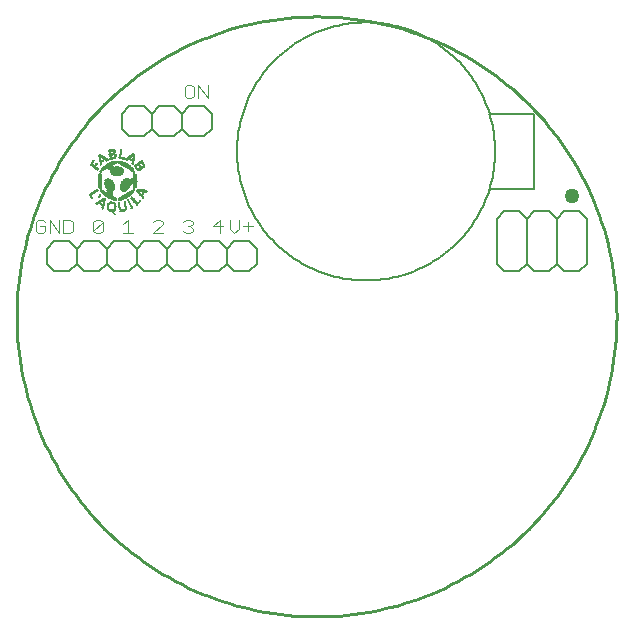
<source format=gto>
G75*
%MOIN*%
%OFA0B0*%
%FSLAX25Y25*%
%IPPOS*%
%LPD*%
%AMOC8*
5,1,8,0,0,1.08239X$1,22.5*
%
%ADD10C,0.01000*%
%ADD11C,0.05000*%
%ADD12R,0.00075X0.00075*%
%ADD13R,0.00449X0.00075*%
%ADD14R,0.00599X0.00075*%
%ADD15R,0.00748X0.00075*%
%ADD16R,0.00823X0.00075*%
%ADD17R,0.00748X0.00075*%
%ADD18R,0.00748X0.00075*%
%ADD19R,0.00973X0.00075*%
%ADD20R,0.00898X0.00075*%
%ADD21R,0.01272X0.00075*%
%ADD22R,0.01497X0.00075*%
%ADD23R,0.01572X0.00075*%
%ADD24R,0.01796X0.00075*%
%ADD25R,0.01796X0.00075*%
%ADD26R,0.02021X0.00075*%
%ADD27R,0.02245X0.00075*%
%ADD28R,0.02171X0.00075*%
%ADD29R,0.02395X0.00075*%
%ADD30R,0.02246X0.00075*%
%ADD31R,0.02545X0.00075*%
%ADD32R,0.02320X0.00075*%
%ADD33R,0.02694X0.00075*%
%ADD34R,0.01123X0.00075*%
%ADD35R,0.01123X0.00075*%
%ADD36R,0.01048X0.00075*%
%ADD37R,0.00898X0.00075*%
%ADD38R,0.00973X0.00075*%
%ADD39R,0.00898X0.00075*%
%ADD40R,0.00224X0.00075*%
%ADD41R,0.00898X0.00075*%
%ADD42R,0.00823X0.00075*%
%ADD43R,0.00299X0.00075*%
%ADD44R,0.00150X0.00075*%
%ADD45R,0.00374X0.00075*%
%ADD46R,0.00524X0.00075*%
%ADD47R,0.00524X0.00075*%
%ADD48R,0.00674X0.00075*%
%ADD49R,0.00823X0.00075*%
%ADD50R,0.00674X0.00075*%
%ADD51R,0.00824X0.00075*%
%ADD52R,0.00749X0.00075*%
%ADD53R,0.00749X0.00075*%
%ADD54R,0.00898X0.00075*%
%ADD55R,0.00898X0.00075*%
%ADD56R,0.00225X0.00075*%
%ADD57R,0.00374X0.00075*%
%ADD58R,0.01272X0.00075*%
%ADD59R,0.00824X0.00075*%
%ADD60R,0.00524X0.00075*%
%ADD61R,0.01422X0.00075*%
%ADD62R,0.00599X0.00075*%
%ADD63R,0.01497X0.00075*%
%ADD64R,0.00674X0.00075*%
%ADD65R,0.00973X0.00075*%
%ADD66R,0.01048X0.00075*%
%ADD67R,0.01048X0.00075*%
%ADD68R,0.01198X0.00075*%
%ADD69R,0.01122X0.00075*%
%ADD70R,0.01197X0.00075*%
%ADD71R,0.02620X0.00075*%
%ADD72R,0.01347X0.00075*%
%ADD73R,0.01796X0.00075*%
%ADD74R,0.02470X0.00075*%
%ADD75R,0.01646X0.00075*%
%ADD76R,0.02320X0.00075*%
%ADD77R,0.01647X0.00075*%
%ADD78R,0.02170X0.00075*%
%ADD79R,0.01796X0.00075*%
%ADD80R,0.01871X0.00075*%
%ADD81R,0.00150X0.00075*%
%ADD82R,0.01946X0.00075*%
%ADD83R,0.01722X0.00075*%
%ADD84R,0.01272X0.00075*%
%ADD85R,0.01347X0.00075*%
%ADD86R,0.01048X0.00075*%
%ADD87R,0.01122X0.00075*%
%ADD88R,0.00599X0.00075*%
%ADD89R,0.01048X0.00075*%
%ADD90R,0.01048X0.00075*%
%ADD91R,0.00674X0.00075*%
%ADD92R,0.01123X0.00075*%
%ADD93R,0.00449X0.00075*%
%ADD94R,0.01796X0.00075*%
%ADD95R,0.01721X0.00075*%
%ADD96R,0.01198X0.00075*%
%ADD97R,0.00598X0.00075*%
%ADD98R,0.01572X0.00075*%
%ADD99R,0.01572X0.00075*%
%ADD100R,0.01721X0.00075*%
%ADD101R,0.01422X0.00075*%
%ADD102R,0.00075X0.00075*%
%ADD103R,0.02170X0.00075*%
%ADD104R,0.00374X0.00075*%
%ADD105R,0.02620X0.00075*%
%ADD106R,0.02694X0.00075*%
%ADD107R,0.00374X0.00075*%
%ADD108R,0.00449X0.00075*%
%ADD109R,0.02769X0.00075*%
%ADD110R,0.02694X0.00075*%
%ADD111R,0.02770X0.00075*%
%ADD112R,0.00524X0.00075*%
%ADD113R,0.02769X0.00075*%
%ADD114R,0.00075X0.00075*%
%ADD115R,0.00973X0.00075*%
%ADD116R,0.02620X0.00075*%
%ADD117R,0.02470X0.00075*%
%ADD118R,0.02919X0.00075*%
%ADD119R,0.02994X0.00075*%
%ADD120R,0.03069X0.00075*%
%ADD121R,0.02395X0.00075*%
%ADD122R,0.00224X0.00075*%
%ADD123R,0.03144X0.00075*%
%ADD124R,0.03219X0.00075*%
%ADD125R,0.03293X0.00075*%
%ADD126R,0.01497X0.00075*%
%ADD127R,0.03368X0.00075*%
%ADD128R,0.01572X0.00075*%
%ADD129R,0.03368X0.00075*%
%ADD130R,0.02096X0.00075*%
%ADD131R,0.03443X0.00075*%
%ADD132R,0.01646X0.00075*%
%ADD133R,0.03518X0.00075*%
%ADD134R,0.01946X0.00075*%
%ADD135R,0.00524X0.00075*%
%ADD136R,0.03593X0.00075*%
%ADD137R,0.03667X0.00075*%
%ADD138R,0.03743X0.00075*%
%ADD139R,0.01572X0.00075*%
%ADD140R,0.01572X0.00075*%
%ADD141R,0.02021X0.00075*%
%ADD142R,0.00824X0.00075*%
%ADD143R,0.00449X0.00075*%
%ADD144R,0.02021X0.00075*%
%ADD145R,0.01347X0.00075*%
%ADD146R,0.03668X0.00075*%
%ADD147R,0.03593X0.00075*%
%ADD148R,0.03668X0.00075*%
%ADD149R,0.02395X0.00075*%
%ADD150R,0.03668X0.00075*%
%ADD151R,0.02769X0.00075*%
%ADD152R,0.02844X0.00075*%
%ADD153R,0.02919X0.00075*%
%ADD154R,0.03069X0.00075*%
%ADD155R,0.00973X0.00075*%
%ADD156R,0.03219X0.00075*%
%ADD157R,0.03293X0.00075*%
%ADD158R,0.03368X0.00075*%
%ADD159R,0.03219X0.00075*%
%ADD160R,0.03293X0.00075*%
%ADD161R,0.01198X0.00075*%
%ADD162R,0.03743X0.00075*%
%ADD163R,0.03892X0.00075*%
%ADD164R,0.03967X0.00075*%
%ADD165R,0.05314X0.00075*%
%ADD166R,0.05389X0.00075*%
%ADD167R,0.05239X0.00075*%
%ADD168R,0.03144X0.00075*%
%ADD169R,0.05164X0.00075*%
%ADD170R,0.05164X0.00075*%
%ADD171R,0.05089X0.00075*%
%ADD172R,0.05015X0.00075*%
%ADD173R,0.04940X0.00075*%
%ADD174R,0.04865X0.00075*%
%ADD175R,0.02545X0.00075*%
%ADD176R,0.04790X0.00075*%
%ADD177R,0.04790X0.00075*%
%ADD178R,0.02395X0.00075*%
%ADD179R,0.04715X0.00075*%
%ADD180R,0.04565X0.00075*%
%ADD181R,0.02096X0.00075*%
%ADD182R,0.04491X0.00075*%
%ADD183R,0.04416X0.00075*%
%ADD184R,0.01647X0.00075*%
%ADD185R,0.02170X0.00075*%
%ADD186R,0.01946X0.00075*%
%ADD187R,0.01871X0.00075*%
%ADD188R,0.02994X0.00075*%
%ADD189R,0.03443X0.00075*%
%ADD190R,0.03817X0.00075*%
%ADD191R,0.04117X0.00075*%
%ADD192R,0.04267X0.00075*%
%ADD193R,0.04416X0.00075*%
%ADD194R,0.04416X0.00075*%
%ADD195R,0.04566X0.00075*%
%ADD196R,0.00150X0.00075*%
%ADD197R,0.04715X0.00075*%
%ADD198R,0.04715X0.00075*%
%ADD199R,0.04641X0.00075*%
%ADD200R,0.04566X0.00075*%
%ADD201R,0.00300X0.00075*%
%ADD202R,0.04791X0.00075*%
%ADD203R,0.01422X0.00075*%
%ADD204R,0.04940X0.00075*%
%ADD205R,0.01497X0.00075*%
%ADD206R,0.01422X0.00075*%
%ADD207R,0.01721X0.00075*%
%ADD208R,0.05165X0.00075*%
%ADD209R,0.06886X0.00075*%
%ADD210R,0.06736X0.00075*%
%ADD211R,0.01871X0.00075*%
%ADD212R,0.00300X0.00075*%
%ADD213R,0.06587X0.00075*%
%ADD214R,0.01422X0.00075*%
%ADD215R,0.06437X0.00075*%
%ADD216R,0.06212X0.00075*%
%ADD217R,0.05988X0.00075*%
%ADD218R,0.05763X0.00075*%
%ADD219R,0.03443X0.00075*%
%ADD220R,0.02320X0.00075*%
%ADD221R,0.01871X0.00075*%
%ADD222R,0.01871X0.00075*%
%ADD223R,0.00674X0.00075*%
%ADD224R,0.02919X0.00075*%
%ADD225R,0.02545X0.00075*%
%ADD226R,0.00299X0.00075*%
%ADD227R,0.01122X0.00075*%
%ADD228R,0.01647X0.00075*%
%ADD229R,0.02695X0.00075*%
%ADD230R,0.00449X0.00075*%
%ADD231R,0.01422X0.00075*%
%ADD232R,0.04416X0.00075*%
%ADD233R,0.01348X0.00075*%
%ADD234R,0.03967X0.00075*%
%ADD235R,0.03518X0.00075*%
%ADD236R,0.02919X0.00075*%
%ADD237R,0.00374X0.00075*%
%ADD238R,0.00150X0.00075*%
%ADD239R,0.02096X0.00075*%
%ADD240R,0.02246X0.00075*%
%ADD241R,0.00749X0.00075*%
%ADD242R,0.00598X0.00075*%
%ADD243R,0.01497X0.00075*%
%ADD244R,0.00598X0.00075*%
%ADD245R,0.01497X0.00075*%
%ADD246R,0.02470X0.00075*%
%ADD247R,0.00224X0.00075*%
%ADD248C,0.00500*%
%ADD249C,0.00600*%
%ADD250C,0.00400*%
D10*
X0001500Y0101500D02*
X0001530Y0103954D01*
X0001620Y0106407D01*
X0001771Y0108856D01*
X0001982Y0111302D01*
X0002252Y0113741D01*
X0002582Y0116173D01*
X0002972Y0118596D01*
X0003421Y0121009D01*
X0003930Y0123410D01*
X0004497Y0125798D01*
X0005122Y0128171D01*
X0005806Y0130528D01*
X0006547Y0132868D01*
X0007346Y0135189D01*
X0008201Y0137490D01*
X0009112Y0139768D01*
X0010079Y0142024D01*
X0011101Y0144256D01*
X0012178Y0146461D01*
X0013308Y0148640D01*
X0014491Y0150790D01*
X0015727Y0152910D01*
X0017015Y0155000D01*
X0018353Y0157057D01*
X0019742Y0159081D01*
X0021179Y0161070D01*
X0022665Y0163023D01*
X0024199Y0164939D01*
X0025779Y0166817D01*
X0027405Y0168656D01*
X0029075Y0170454D01*
X0030789Y0172211D01*
X0032546Y0173925D01*
X0034344Y0175595D01*
X0036183Y0177221D01*
X0038061Y0178801D01*
X0039977Y0180335D01*
X0041930Y0181821D01*
X0043919Y0183258D01*
X0045943Y0184647D01*
X0048000Y0185985D01*
X0050090Y0187273D01*
X0052210Y0188509D01*
X0054360Y0189692D01*
X0056539Y0190822D01*
X0058744Y0191899D01*
X0060976Y0192921D01*
X0063232Y0193888D01*
X0065510Y0194799D01*
X0067811Y0195654D01*
X0070132Y0196453D01*
X0072472Y0197194D01*
X0074829Y0197878D01*
X0077202Y0198503D01*
X0079590Y0199070D01*
X0081991Y0199579D01*
X0084404Y0200028D01*
X0086827Y0200418D01*
X0089259Y0200748D01*
X0091698Y0201018D01*
X0094144Y0201229D01*
X0096593Y0201380D01*
X0099046Y0201470D01*
X0101500Y0201500D01*
X0103954Y0201470D01*
X0106407Y0201380D01*
X0108856Y0201229D01*
X0111302Y0201018D01*
X0113741Y0200748D01*
X0116173Y0200418D01*
X0118596Y0200028D01*
X0121009Y0199579D01*
X0123410Y0199070D01*
X0125798Y0198503D01*
X0128171Y0197878D01*
X0130528Y0197194D01*
X0132868Y0196453D01*
X0135189Y0195654D01*
X0137490Y0194799D01*
X0139768Y0193888D01*
X0142024Y0192921D01*
X0144256Y0191899D01*
X0146461Y0190822D01*
X0148640Y0189692D01*
X0150790Y0188509D01*
X0152910Y0187273D01*
X0155000Y0185985D01*
X0157057Y0184647D01*
X0159081Y0183258D01*
X0161070Y0181821D01*
X0163023Y0180335D01*
X0164939Y0178801D01*
X0166817Y0177221D01*
X0168656Y0175595D01*
X0170454Y0173925D01*
X0172211Y0172211D01*
X0173925Y0170454D01*
X0175595Y0168656D01*
X0177221Y0166817D01*
X0178801Y0164939D01*
X0180335Y0163023D01*
X0181821Y0161070D01*
X0183258Y0159081D01*
X0184647Y0157057D01*
X0185985Y0155000D01*
X0187273Y0152910D01*
X0188509Y0150790D01*
X0189692Y0148640D01*
X0190822Y0146461D01*
X0191899Y0144256D01*
X0192921Y0142024D01*
X0193888Y0139768D01*
X0194799Y0137490D01*
X0195654Y0135189D01*
X0196453Y0132868D01*
X0197194Y0130528D01*
X0197878Y0128171D01*
X0198503Y0125798D01*
X0199070Y0123410D01*
X0199579Y0121009D01*
X0200028Y0118596D01*
X0200418Y0116173D01*
X0200748Y0113741D01*
X0201018Y0111302D01*
X0201229Y0108856D01*
X0201380Y0106407D01*
X0201470Y0103954D01*
X0201500Y0101500D01*
X0201470Y0099046D01*
X0201380Y0096593D01*
X0201229Y0094144D01*
X0201018Y0091698D01*
X0200748Y0089259D01*
X0200418Y0086827D01*
X0200028Y0084404D01*
X0199579Y0081991D01*
X0199070Y0079590D01*
X0198503Y0077202D01*
X0197878Y0074829D01*
X0197194Y0072472D01*
X0196453Y0070132D01*
X0195654Y0067811D01*
X0194799Y0065510D01*
X0193888Y0063232D01*
X0192921Y0060976D01*
X0191899Y0058744D01*
X0190822Y0056539D01*
X0189692Y0054360D01*
X0188509Y0052210D01*
X0187273Y0050090D01*
X0185985Y0048000D01*
X0184647Y0045943D01*
X0183258Y0043919D01*
X0181821Y0041930D01*
X0180335Y0039977D01*
X0178801Y0038061D01*
X0177221Y0036183D01*
X0175595Y0034344D01*
X0173925Y0032546D01*
X0172211Y0030789D01*
X0170454Y0029075D01*
X0168656Y0027405D01*
X0166817Y0025779D01*
X0164939Y0024199D01*
X0163023Y0022665D01*
X0161070Y0021179D01*
X0159081Y0019742D01*
X0157057Y0018353D01*
X0155000Y0017015D01*
X0152910Y0015727D01*
X0150790Y0014491D01*
X0148640Y0013308D01*
X0146461Y0012178D01*
X0144256Y0011101D01*
X0142024Y0010079D01*
X0139768Y0009112D01*
X0137490Y0008201D01*
X0135189Y0007346D01*
X0132868Y0006547D01*
X0130528Y0005806D01*
X0128171Y0005122D01*
X0125798Y0004497D01*
X0123410Y0003930D01*
X0121009Y0003421D01*
X0118596Y0002972D01*
X0116173Y0002582D01*
X0113741Y0002252D01*
X0111302Y0001982D01*
X0108856Y0001771D01*
X0106407Y0001620D01*
X0103954Y0001530D01*
X0101500Y0001500D01*
X0099046Y0001530D01*
X0096593Y0001620D01*
X0094144Y0001771D01*
X0091698Y0001982D01*
X0089259Y0002252D01*
X0086827Y0002582D01*
X0084404Y0002972D01*
X0081991Y0003421D01*
X0079590Y0003930D01*
X0077202Y0004497D01*
X0074829Y0005122D01*
X0072472Y0005806D01*
X0070132Y0006547D01*
X0067811Y0007346D01*
X0065510Y0008201D01*
X0063232Y0009112D01*
X0060976Y0010079D01*
X0058744Y0011101D01*
X0056539Y0012178D01*
X0054360Y0013308D01*
X0052210Y0014491D01*
X0050090Y0015727D01*
X0048000Y0017015D01*
X0045943Y0018353D01*
X0043919Y0019742D01*
X0041930Y0021179D01*
X0039977Y0022665D01*
X0038061Y0024199D01*
X0036183Y0025779D01*
X0034344Y0027405D01*
X0032546Y0029075D01*
X0030789Y0030789D01*
X0029075Y0032546D01*
X0027405Y0034344D01*
X0025779Y0036183D01*
X0024199Y0038061D01*
X0022665Y0039977D01*
X0021179Y0041930D01*
X0019742Y0043919D01*
X0018353Y0045943D01*
X0017015Y0048000D01*
X0015727Y0050090D01*
X0014491Y0052210D01*
X0013308Y0054360D01*
X0012178Y0056539D01*
X0011101Y0058744D01*
X0010079Y0060976D01*
X0009112Y0063232D01*
X0008201Y0065510D01*
X0007346Y0067811D01*
X0006547Y0070132D01*
X0005806Y0072472D01*
X0005122Y0074829D01*
X0004497Y0077202D01*
X0003930Y0079590D01*
X0003421Y0081991D01*
X0002972Y0084404D01*
X0002582Y0086827D01*
X0002252Y0089259D01*
X0001982Y0091698D01*
X0001771Y0094144D01*
X0001620Y0096593D01*
X0001530Y0099046D01*
X0001500Y0101500D01*
D11*
X0186500Y0141500D03*
D12*
X0034433Y0135325D03*
D13*
X0034246Y0135400D03*
X0029380Y0141837D03*
X0028333Y0143484D03*
X0031925Y0147226D03*
X0028482Y0150145D03*
X0027135Y0153289D03*
X0029380Y0155310D03*
X0042778Y0150819D03*
D14*
X0042554Y0151567D03*
X0043901Y0151867D03*
X0040159Y0152241D03*
X0040533Y0154187D03*
X0043826Y0142735D03*
X0034096Y0135475D03*
D15*
X0034021Y0135550D03*
X0033946Y0135625D03*
X0033871Y0135775D03*
X0033796Y0135924D03*
X0033722Y0135999D03*
X0034470Y0137646D03*
X0034470Y0137721D03*
X0034470Y0138170D03*
X0034470Y0138245D03*
X0034470Y0138319D03*
X0035593Y0138619D03*
X0035593Y0138694D03*
X0035518Y0138843D03*
X0035518Y0138918D03*
X0035518Y0138993D03*
X0035668Y0138319D03*
X0035668Y0138245D03*
X0035668Y0138170D03*
X0035742Y0137870D03*
X0035742Y0137721D03*
X0035817Y0137496D03*
X0035817Y0137346D03*
X0037763Y0137047D03*
X0037838Y0137197D03*
X0037838Y0137272D03*
X0037838Y0137346D03*
X0037838Y0137496D03*
X0037838Y0137571D03*
X0037838Y0137646D03*
X0037838Y0137721D03*
X0037838Y0137870D03*
X0037763Y0138170D03*
X0037763Y0138245D03*
X0037689Y0138619D03*
X0037614Y0138843D03*
X0037614Y0138918D03*
X0037614Y0138993D03*
X0037539Y0139218D03*
X0037539Y0139292D03*
X0037539Y0139367D03*
X0038661Y0140041D03*
X0035668Y0140041D03*
X0034545Y0140041D03*
X0031925Y0138245D03*
X0031850Y0137945D03*
X0031850Y0137870D03*
X0031850Y0137721D03*
X0031850Y0137646D03*
X0031925Y0137496D03*
X0031925Y0137346D03*
X0032000Y0137272D03*
X0030129Y0137571D03*
X0030129Y0137646D03*
X0030503Y0138843D03*
X0029006Y0141238D03*
X0029680Y0143484D03*
X0026387Y0141238D03*
X0028407Y0150295D03*
X0027883Y0151717D03*
X0028033Y0151942D03*
X0026835Y0152690D03*
X0026686Y0152466D03*
X0027135Y0153139D03*
X0029680Y0152690D03*
X0029680Y0152615D03*
X0029755Y0152391D03*
X0032449Y0156283D03*
X0032524Y0155984D03*
X0032524Y0155909D03*
X0032599Y0155684D03*
X0032599Y0155609D03*
X0032748Y0154786D03*
X0032748Y0154711D03*
X0032748Y0154636D03*
X0032973Y0153663D03*
X0034545Y0154636D03*
X0034545Y0154711D03*
X0034545Y0154786D03*
X0035967Y0154412D03*
X0036042Y0154636D03*
X0036042Y0154711D03*
X0036042Y0154786D03*
X0036192Y0155460D03*
X0036192Y0155609D03*
X0036192Y0155684D03*
X0036266Y0155909D03*
X0036266Y0155984D03*
X0036341Y0156283D03*
X0036341Y0156358D03*
X0036341Y0156433D03*
X0036416Y0156732D03*
X0036416Y0156882D03*
X0036416Y0156957D03*
X0035069Y0153139D03*
X0040159Y0152466D03*
X0040159Y0152391D03*
X0040233Y0152765D03*
X0040233Y0152840D03*
X0040233Y0153064D03*
X0041206Y0151118D03*
X0041506Y0150669D03*
X0043152Y0153064D03*
X0040458Y0155460D03*
X0040533Y0143484D03*
X0043676Y0140939D03*
D16*
X0043639Y0141014D03*
X0042516Y0139517D03*
X0042366Y0139367D03*
X0041693Y0138694D03*
X0039896Y0137721D03*
X0039822Y0137870D03*
X0039597Y0138245D03*
X0039522Y0138394D03*
X0039073Y0139218D03*
X0038998Y0139367D03*
X0038924Y0139517D03*
X0038849Y0139667D03*
X0037502Y0139517D03*
X0037576Y0139143D03*
X0037651Y0138694D03*
X0037726Y0138394D03*
X0037726Y0138319D03*
X0037801Y0137945D03*
X0037726Y0136972D03*
X0035929Y0137047D03*
X0035855Y0137197D03*
X0035855Y0137272D03*
X0035780Y0137571D03*
X0035780Y0137646D03*
X0035705Y0137945D03*
X0035630Y0138394D03*
X0034433Y0138394D03*
X0034358Y0138619D03*
X0034283Y0138694D03*
X0034507Y0137945D03*
X0034507Y0137870D03*
X0034433Y0137571D03*
X0034433Y0137496D03*
X0034358Y0137346D03*
X0034358Y0137272D03*
X0034283Y0137197D03*
X0033684Y0136074D03*
X0033909Y0135700D03*
X0032037Y0137197D03*
X0031888Y0137571D03*
X0031888Y0138170D03*
X0031963Y0138319D03*
X0031963Y0138394D03*
X0030316Y0138245D03*
X0038325Y0147226D03*
X0041842Y0142960D03*
X0041917Y0142885D03*
X0042142Y0142661D03*
X0042217Y0142586D03*
X0042292Y0142511D03*
X0042366Y0142436D03*
X0043863Y0151493D03*
X0043115Y0152990D03*
X0036004Y0154561D03*
X0036229Y0155759D03*
X0036304Y0156208D03*
X0036379Y0156657D03*
X0034433Y0155085D03*
X0034507Y0154936D03*
X0034507Y0154561D03*
X0032711Y0154936D03*
X0032561Y0155759D03*
X0032487Y0156208D03*
X0029642Y0152840D03*
X0026424Y0152017D03*
D17*
X0026985Y0152915D03*
X0029455Y0153439D03*
X0029755Y0152316D03*
X0032524Y0156058D03*
X0034470Y0154487D03*
X0036192Y0155534D03*
X0036266Y0156058D03*
X0040233Y0152915D03*
X0041131Y0151268D03*
X0037689Y0138544D03*
X0037763Y0138020D03*
X0037838Y0137421D03*
X0035817Y0137421D03*
X0035593Y0138544D03*
X0035518Y0139068D03*
X0034470Y0138020D03*
X0033796Y0135849D03*
X0031925Y0137421D03*
X0030279Y0138020D03*
X0029380Y0141688D03*
D18*
X0026461Y0141089D03*
X0026312Y0141388D03*
X0028333Y0138768D03*
X0030279Y0138095D03*
X0031850Y0137795D03*
X0033647Y0136149D03*
X0034470Y0137795D03*
X0034470Y0138095D03*
X0034395Y0138469D03*
X0035593Y0138469D03*
X0035668Y0138095D03*
X0035742Y0137795D03*
X0037763Y0138095D03*
X0037838Y0137795D03*
X0037689Y0138469D03*
X0037539Y0139442D03*
X0041581Y0150594D03*
X0040159Y0152541D03*
X0043901Y0151567D03*
X0036042Y0154861D03*
X0036266Y0156133D03*
X0036341Y0156507D03*
X0036416Y0156807D03*
X0034545Y0154861D03*
X0032748Y0154861D03*
X0032524Y0155834D03*
X0029680Y0152541D03*
X0029755Y0152241D03*
X0026536Y0152241D03*
D19*
X0029418Y0148873D03*
X0029418Y0148798D03*
X0029418Y0148723D03*
X0029418Y0144307D03*
X0029418Y0144232D03*
X0030241Y0138394D03*
X0032262Y0138843D03*
X0034133Y0138843D03*
X0034208Y0137047D03*
X0034133Y0136972D03*
X0033534Y0136224D03*
X0040795Y0144232D03*
X0040795Y0144307D03*
X0043265Y0141463D03*
X0043414Y0141313D03*
X0040795Y0148798D03*
X0040795Y0148873D03*
X0039447Y0153663D03*
X0034283Y0154337D03*
D20*
X0033572Y0156957D03*
X0031626Y0153364D03*
X0029455Y0149097D03*
X0029455Y0149023D03*
X0029455Y0144158D03*
X0029455Y0144083D03*
X0026162Y0141837D03*
X0029455Y0138918D03*
X0029530Y0138843D03*
X0030279Y0138319D03*
X0032075Y0138619D03*
X0032150Y0138694D03*
X0032150Y0137047D03*
X0032225Y0136972D03*
X0036790Y0136224D03*
X0039934Y0137646D03*
X0040009Y0137496D03*
X0039410Y0138619D03*
X0039260Y0138918D03*
X0038736Y0139891D03*
X0038662Y0139966D03*
X0042629Y0142137D03*
X0043227Y0141538D03*
X0040757Y0144083D03*
X0040757Y0144158D03*
X0040757Y0149023D03*
X0040757Y0149097D03*
D21*
X0040944Y0147900D03*
X0040944Y0147825D03*
X0040944Y0147750D03*
X0040944Y0147675D03*
X0040944Y0145505D03*
X0040944Y0145280D03*
X0040944Y0145205D03*
X0043040Y0141912D03*
X0036828Y0136298D03*
X0033310Y0136298D03*
X0028819Y0139292D03*
X0026274Y0141987D03*
X0029268Y0145280D03*
X0029268Y0145505D03*
X0029268Y0145580D03*
X0029268Y0147675D03*
X0029268Y0147750D03*
X0029268Y0147825D03*
X0030241Y0150145D03*
X0035031Y0148199D03*
X0039971Y0150145D03*
X0040046Y0153364D03*
X0040421Y0155235D03*
D22*
X0042254Y0150220D03*
X0039784Y0142810D03*
X0041730Y0139068D03*
X0033198Y0136373D03*
D23*
X0036828Y0136373D03*
X0027621Y0142810D03*
D24*
X0033198Y0136448D03*
X0036641Y0153888D03*
X0042928Y0152541D03*
D25*
X0036790Y0136448D03*
D26*
X0036828Y0136523D03*
X0033235Y0136523D03*
X0028744Y0138993D03*
X0032561Y0142885D03*
X0032561Y0142960D03*
X0032037Y0146852D03*
X0033535Y0154037D03*
X0036528Y0154037D03*
X0036528Y0154112D03*
X0038774Y0153738D03*
X0042891Y0152466D03*
X0040645Y0147077D03*
D27*
X0032674Y0143184D03*
X0033198Y0136598D03*
D28*
X0036828Y0136598D03*
X0037352Y0143409D03*
X0038774Y0151118D03*
X0033534Y0154112D03*
D29*
X0033198Y0156732D03*
X0038362Y0151418D03*
X0038437Y0141762D03*
X0036491Y0140490D03*
X0033722Y0140490D03*
X0033198Y0136673D03*
D30*
X0036865Y0136673D03*
X0038736Y0141987D03*
X0043901Y0142960D03*
X0038662Y0151193D03*
X0032075Y0146702D03*
D31*
X0032823Y0143559D03*
X0032823Y0143484D03*
X0033647Y0140565D03*
X0036566Y0140565D03*
X0037988Y0141463D03*
X0038212Y0141613D03*
X0037389Y0143634D03*
X0033198Y0136748D03*
X0032299Y0151717D03*
X0033497Y0155310D03*
X0037913Y0151717D03*
D32*
X0033385Y0155460D03*
X0037352Y0143484D03*
X0038624Y0141912D03*
X0036828Y0136748D03*
D33*
X0033198Y0136822D03*
X0033422Y0140715D03*
X0032823Y0141089D03*
X0036790Y0140715D03*
X0032150Y0151567D03*
D34*
X0030690Y0154187D03*
X0029343Y0148274D03*
X0029343Y0144681D03*
X0029493Y0139742D03*
X0030166Y0138469D03*
X0036154Y0136822D03*
X0037501Y0136822D03*
X0037202Y0143035D03*
X0040869Y0144681D03*
X0040869Y0148274D03*
X0038923Y0154187D03*
D35*
X0039298Y0154487D03*
X0030241Y0154487D03*
X0032337Y0136897D03*
D36*
X0034021Y0136897D03*
X0040009Y0140640D03*
X0040832Y0148648D03*
X0031626Y0153439D03*
X0029380Y0148648D03*
D37*
X0036042Y0136897D03*
X0042554Y0142211D03*
D38*
X0043115Y0141688D03*
X0043564Y0141164D03*
X0040495Y0140116D03*
X0037651Y0136897D03*
D39*
X0035967Y0136972D03*
X0033123Y0139517D03*
X0030578Y0140565D03*
X0029380Y0141613D03*
X0029305Y0141538D03*
X0029231Y0141463D03*
X0029081Y0141313D03*
X0029755Y0143409D03*
X0028407Y0150370D03*
X0030354Y0153364D03*
X0032524Y0156358D03*
X0033796Y0155609D03*
X0034395Y0154412D03*
X0037015Y0153738D03*
X0040233Y0153139D03*
X0041131Y0151343D03*
X0043826Y0151418D03*
X0040458Y0143409D03*
X0042479Y0142286D03*
X0043152Y0141613D03*
X0039036Y0139292D03*
X0039111Y0139143D03*
X0039185Y0138993D03*
X0039560Y0138319D03*
X0039635Y0138170D03*
X0039784Y0137945D03*
D40*
X0039971Y0141089D03*
X0030316Y0137122D03*
X0029418Y0149621D03*
D41*
X0029455Y0148948D03*
X0034171Y0138768D03*
X0034245Y0137122D03*
X0032075Y0137122D03*
X0038811Y0139742D03*
X0039335Y0138768D03*
X0039485Y0138469D03*
X0040757Y0144008D03*
X0040757Y0148948D03*
D42*
X0042441Y0142361D03*
X0042441Y0139442D03*
X0039672Y0138095D03*
X0037801Y0137122D03*
X0037651Y0138768D03*
X0035555Y0138768D03*
X0035929Y0137122D03*
X0031888Y0138095D03*
X0029642Y0138768D03*
X0030091Y0149921D03*
X0032487Y0156133D03*
X0036229Y0155834D03*
D43*
X0032749Y0153588D03*
X0030129Y0149771D03*
X0028856Y0141014D03*
X0028332Y0138619D03*
X0030279Y0137197D03*
X0038811Y0140265D03*
X0039859Y0137272D03*
X0042703Y0139966D03*
X0040158Y0149771D03*
D44*
X0043751Y0140490D03*
X0042703Y0140041D03*
X0039784Y0137197D03*
X0029455Y0141987D03*
X0028407Y0143634D03*
X0028108Y0152466D03*
D45*
X0028145Y0152391D03*
X0029418Y0149547D03*
X0038774Y0140191D03*
X0039971Y0141014D03*
X0040795Y0149547D03*
X0030241Y0137272D03*
D46*
X0030166Y0137346D03*
X0039971Y0140939D03*
X0040720Y0149472D03*
X0029493Y0149472D03*
D47*
X0030091Y0149846D03*
X0037202Y0153663D03*
X0040196Y0152166D03*
X0043190Y0153139D03*
X0043789Y0142661D03*
X0043714Y0142511D03*
X0043714Y0140789D03*
X0039896Y0137346D03*
D48*
X0039971Y0137421D03*
X0030690Y0139592D03*
X0030541Y0139068D03*
X0030615Y0140640D03*
X0028969Y0141164D03*
X0026424Y0141164D03*
X0026124Y0141688D03*
X0030166Y0137421D03*
X0027921Y0151792D03*
X0026574Y0152316D03*
X0029343Y0153963D03*
X0029193Y0154487D03*
X0034208Y0156058D03*
X0038250Y0153439D03*
X0040121Y0152316D03*
X0040495Y0153963D03*
X0041468Y0150744D03*
X0043639Y0152316D03*
D49*
X0036004Y0154487D03*
X0034507Y0155011D03*
X0032711Y0155011D03*
X0036379Y0156582D03*
X0037576Y0139068D03*
X0039148Y0139068D03*
X0035705Y0138020D03*
X0034433Y0137421D03*
X0034358Y0138544D03*
X0032037Y0138544D03*
X0031888Y0138020D03*
D50*
X0030316Y0138170D03*
X0030241Y0137945D03*
X0030166Y0137496D03*
X0030541Y0138918D03*
X0030541Y0138993D03*
X0030615Y0139143D03*
X0030615Y0139218D03*
X0030615Y0139292D03*
X0030690Y0139517D03*
X0030765Y0139816D03*
X0029568Y0143559D03*
X0029568Y0143634D03*
X0026574Y0140939D03*
X0026574Y0140864D03*
X0026648Y0140789D03*
X0026499Y0141014D03*
X0026349Y0141313D03*
X0026274Y0141463D03*
X0026199Y0141538D03*
X0026199Y0141613D03*
X0026124Y0141762D03*
X0029492Y0149397D03*
X0029792Y0152017D03*
X0029792Y0152091D03*
X0029792Y0152166D03*
X0029717Y0152466D03*
X0029642Y0152765D03*
X0029492Y0153364D03*
X0029418Y0153588D03*
X0029418Y0153663D03*
X0029418Y0153738D03*
X0029343Y0153813D03*
X0029268Y0154112D03*
X0029193Y0154412D03*
X0027098Y0153064D03*
X0027023Y0152990D03*
X0026948Y0152840D03*
X0026873Y0152765D03*
X0026798Y0152615D03*
X0026648Y0152391D03*
X0026499Y0152166D03*
X0026424Y0152091D03*
X0027846Y0151642D03*
X0028070Y0152017D03*
X0028145Y0152091D03*
X0031663Y0153289D03*
X0033983Y0155684D03*
X0034058Y0155759D03*
X0034208Y0155909D03*
X0034208Y0155984D03*
X0036379Y0157031D03*
X0040570Y0154412D03*
X0040570Y0154337D03*
X0040570Y0154262D03*
X0040495Y0154112D03*
X0040495Y0154037D03*
X0040420Y0153813D03*
X0040420Y0153738D03*
X0040420Y0153663D03*
X0040271Y0152990D03*
X0040196Y0152690D03*
X0040196Y0152615D03*
X0041169Y0151193D03*
X0041244Y0151044D03*
X0041318Y0150969D03*
X0041394Y0150819D03*
X0042741Y0150669D03*
X0043489Y0150819D03*
X0043938Y0151642D03*
X0043938Y0151717D03*
X0043863Y0151942D03*
X0043789Y0152091D03*
X0043714Y0152166D03*
X0043564Y0152391D03*
X0042591Y0151493D03*
X0040720Y0149397D03*
X0040645Y0154636D03*
X0040645Y0154711D03*
X0040645Y0143634D03*
X0040645Y0143559D03*
X0042067Y0143634D03*
X0039971Y0140864D03*
X0041693Y0138619D03*
X0037202Y0142960D03*
D51*
X0039971Y0140789D03*
X0038774Y0139816D03*
X0039298Y0138843D03*
X0039373Y0138694D03*
X0039971Y0137571D03*
X0042666Y0139667D03*
X0040720Y0143933D03*
X0035480Y0139143D03*
X0029493Y0143933D03*
X0032786Y0154561D03*
X0034133Y0156358D03*
X0036154Y0155385D03*
X0036154Y0155310D03*
X0036079Y0154936D03*
D52*
X0036117Y0155085D03*
X0036117Y0155235D03*
X0034171Y0156208D03*
X0034171Y0156283D03*
X0032823Y0154412D03*
X0032823Y0154337D03*
X0032823Y0154262D03*
X0029530Y0149322D03*
X0028183Y0152166D03*
X0029530Y0143783D03*
X0030204Y0137870D03*
X0030204Y0137721D03*
X0040682Y0143783D03*
X0040682Y0149322D03*
D53*
X0040682Y0143708D03*
X0029530Y0143708D03*
X0030204Y0137795D03*
X0036117Y0155160D03*
X0034171Y0156133D03*
D54*
X0038213Y0153514D03*
X0040159Y0149921D03*
X0043602Y0141089D03*
X0041730Y0138768D03*
X0039859Y0137795D03*
X0038961Y0139442D03*
X0032000Y0138469D03*
X0029156Y0141388D03*
X0029380Y0155160D03*
D55*
X0030428Y0153439D03*
X0029680Y0152915D03*
X0029829Y0143334D03*
X0038886Y0139592D03*
X0039709Y0138020D03*
X0040383Y0143334D03*
D56*
X0043714Y0140565D03*
X0041693Y0138394D03*
X0037726Y0139667D03*
X0030615Y0140789D03*
D57*
X0041693Y0138469D03*
X0043714Y0140715D03*
D58*
X0040944Y0145430D03*
X0040944Y0147526D03*
X0029268Y0147526D03*
X0029268Y0145430D03*
X0030166Y0138544D03*
X0029418Y0155011D03*
D59*
X0029493Y0149172D03*
X0029493Y0143858D03*
X0028220Y0143334D03*
X0039447Y0138544D03*
X0042591Y0139592D03*
X0041992Y0142810D03*
X0040720Y0143858D03*
X0040720Y0149172D03*
D60*
X0043564Y0142211D03*
X0041693Y0138544D03*
X0026648Y0140640D03*
D61*
X0028071Y0143110D03*
X0030391Y0142885D03*
X0030091Y0138619D03*
X0037277Y0143110D03*
X0039822Y0142885D03*
X0039822Y0150295D03*
X0041319Y0151642D03*
X0041843Y0151942D03*
X0041917Y0152017D03*
X0042142Y0152166D03*
X0034058Y0154262D03*
X0030391Y0150295D03*
X0027621Y0151044D03*
X0027397Y0151193D03*
X0026723Y0151642D03*
D62*
X0029755Y0151942D03*
X0029305Y0154037D03*
X0029231Y0154262D03*
X0029231Y0154337D03*
X0029156Y0154561D03*
X0029156Y0154636D03*
X0029380Y0155235D03*
X0040159Y0149846D03*
X0042479Y0151642D03*
X0043826Y0152017D03*
X0040607Y0154561D03*
X0043751Y0142586D03*
X0043676Y0142436D03*
X0043602Y0142286D03*
X0043527Y0142137D03*
X0043676Y0140864D03*
X0042704Y0139816D03*
X0035593Y0139218D03*
X0030802Y0139891D03*
X0030802Y0139966D03*
X0030728Y0139667D03*
X0030653Y0139367D03*
X0029380Y0141762D03*
X0028258Y0143409D03*
X0028333Y0138694D03*
D63*
X0030054Y0138694D03*
X0034171Y0140191D03*
X0036042Y0140191D03*
X0038287Y0147077D03*
X0040907Y0147376D03*
X0042479Y0143559D03*
X0043302Y0150969D03*
X0033273Y0153813D03*
D64*
X0029418Y0153514D03*
X0029343Y0153888D03*
X0029268Y0154187D03*
X0027172Y0153214D03*
X0026723Y0152541D03*
X0027996Y0151867D03*
X0026648Y0140715D03*
X0030765Y0139742D03*
X0030690Y0139442D03*
X0030466Y0138768D03*
X0042292Y0149921D03*
X0041318Y0150894D03*
X0043714Y0152241D03*
X0040495Y0153888D03*
D65*
X0043340Y0141388D03*
X0039971Y0140715D03*
X0032187Y0138768D03*
D66*
X0028332Y0138843D03*
X0026237Y0141912D03*
X0028183Y0143259D03*
X0029380Y0144457D03*
X0029380Y0144532D03*
X0029380Y0144607D03*
X0029380Y0148499D03*
X0029380Y0148574D03*
X0030129Y0149996D03*
X0030054Y0154636D03*
X0029380Y0155085D03*
X0032823Y0155085D03*
X0036117Y0154337D03*
X0038212Y0153588D03*
X0039410Y0154561D03*
X0039485Y0154636D03*
X0039560Y0154711D03*
X0040832Y0148723D03*
X0040832Y0148574D03*
X0040832Y0144607D03*
X0040832Y0144532D03*
X0040832Y0144457D03*
X0040084Y0140565D03*
X0040158Y0140490D03*
X0040533Y0140041D03*
X0040608Y0139966D03*
X0040682Y0139891D03*
X0040757Y0139816D03*
X0041206Y0139367D03*
D67*
X0041057Y0139517D03*
X0040907Y0139667D03*
X0040458Y0140191D03*
X0040383Y0140265D03*
X0040308Y0140340D03*
X0041730Y0138843D03*
X0043078Y0141762D03*
X0040308Y0143259D03*
X0029904Y0143259D03*
X0029755Y0152990D03*
X0039111Y0154337D03*
X0039709Y0154786D03*
X0040458Y0155385D03*
D68*
X0040458Y0155310D03*
X0038736Y0154037D03*
X0041206Y0151493D03*
X0042254Y0150071D03*
X0040084Y0150071D03*
X0040907Y0148199D03*
X0040907Y0148050D03*
X0040907Y0145131D03*
X0040907Y0145056D03*
X0043078Y0141837D03*
X0033946Y0138918D03*
X0029605Y0139816D03*
X0029380Y0139667D03*
X0028931Y0139367D03*
X0028332Y0138918D03*
X0028108Y0143184D03*
X0030129Y0143110D03*
X0029306Y0145056D03*
X0029306Y0145131D03*
X0029306Y0145205D03*
X0029306Y0147900D03*
X0029306Y0148050D03*
X0029306Y0148199D03*
X0030129Y0150071D03*
X0028332Y0150520D03*
X0030877Y0154037D03*
X0030803Y0154112D03*
X0030353Y0154412D03*
X0043078Y0152840D03*
D69*
X0038998Y0154262D03*
X0038325Y0147151D03*
X0030615Y0140490D03*
X0029792Y0139966D03*
X0032412Y0138918D03*
X0029792Y0153064D03*
X0030466Y0154337D03*
D70*
X0030578Y0154262D03*
X0033123Y0153738D03*
X0029156Y0139517D03*
X0041730Y0138918D03*
D71*
X0037801Y0141313D03*
X0037651Y0141238D03*
X0033160Y0138993D03*
X0032562Y0141238D03*
X0032262Y0141463D03*
X0032861Y0143634D03*
X0032636Y0151942D03*
X0033534Y0152466D03*
X0037576Y0151942D03*
D72*
X0036790Y0153813D03*
X0042030Y0152091D03*
X0042479Y0152391D03*
X0042254Y0150145D03*
X0040982Y0147451D03*
X0039934Y0142960D03*
X0041730Y0138993D03*
X0032000Y0147077D03*
X0029231Y0147077D03*
X0029231Y0147151D03*
X0029231Y0147226D03*
X0029231Y0147376D03*
X0029231Y0147451D03*
X0029231Y0146927D03*
X0029231Y0146852D03*
X0029231Y0146777D03*
X0029231Y0146702D03*
X0029231Y0146553D03*
X0029231Y0146403D03*
X0029231Y0146253D03*
X0029231Y0146178D03*
X0029231Y0146104D03*
X0029231Y0146029D03*
X0029231Y0145879D03*
X0029231Y0145804D03*
X0029231Y0145729D03*
X0030279Y0142960D03*
X0028782Y0139218D03*
X0028183Y0150669D03*
X0027958Y0150819D03*
X0027734Y0150969D03*
X0027509Y0151118D03*
X0026611Y0151717D03*
X0029829Y0153139D03*
X0029455Y0154936D03*
D73*
X0041805Y0151792D03*
X0028781Y0139068D03*
D74*
X0033160Y0139068D03*
X0038325Y0141688D03*
D75*
X0028782Y0139143D03*
X0027060Y0142511D03*
X0026910Y0142436D03*
X0040158Y0154936D03*
D76*
X0038474Y0151343D03*
X0035031Y0148349D03*
X0040495Y0146927D03*
X0033160Y0139143D03*
D77*
X0037239Y0143184D03*
X0039560Y0142661D03*
X0041730Y0139143D03*
X0030653Y0150520D03*
X0027210Y0151418D03*
X0027883Y0142960D03*
X0027359Y0142661D03*
X0027210Y0142586D03*
X0026611Y0142286D03*
X0042928Y0152615D03*
D78*
X0038849Y0151044D03*
X0035106Y0153064D03*
X0032636Y0143110D03*
X0033160Y0139218D03*
X0038924Y0142137D03*
D79*
X0036192Y0140265D03*
X0041730Y0139218D03*
X0032000Y0146927D03*
X0042179Y0150445D03*
X0042179Y0150520D03*
D80*
X0038250Y0146927D03*
X0037277Y0143259D03*
X0039298Y0142436D03*
X0033160Y0139292D03*
X0027172Y0151493D03*
D81*
X0028557Y0149996D03*
X0026536Y0140490D03*
X0035742Y0139292D03*
X0040383Y0151942D03*
D82*
X0041730Y0151717D03*
X0039185Y0150819D03*
X0031177Y0153588D03*
X0039111Y0142286D03*
X0036266Y0140340D03*
X0033946Y0140340D03*
X0041730Y0139292D03*
D83*
X0039522Y0142586D03*
X0044163Y0142885D03*
X0042217Y0150370D03*
X0039522Y0150520D03*
X0039896Y0153588D03*
X0031214Y0153663D03*
X0033160Y0139367D03*
D84*
X0029043Y0139442D03*
X0030166Y0143035D03*
X0029268Y0145355D03*
X0029268Y0145655D03*
X0029268Y0147601D03*
X0040046Y0143035D03*
X0040944Y0145355D03*
X0040944Y0147601D03*
X0041244Y0151567D03*
D85*
X0042254Y0152241D03*
X0030578Y0140415D03*
X0033123Y0139442D03*
X0026312Y0142062D03*
X0029231Y0146328D03*
X0029231Y0146628D03*
X0029231Y0147301D03*
D86*
X0040233Y0140415D03*
X0041131Y0139442D03*
X0039784Y0154861D03*
D87*
X0029268Y0139592D03*
D88*
X0037539Y0139592D03*
X0035069Y0151268D03*
X0040458Y0155534D03*
X0040607Y0154487D03*
X0043901Y0151792D03*
X0042778Y0150744D03*
X0028482Y0150220D03*
D89*
X0040982Y0139592D03*
X0043078Y0152915D03*
D90*
X0040158Y0153214D03*
X0040832Y0139742D03*
D91*
X0042666Y0139742D03*
X0034133Y0155834D03*
X0028220Y0152241D03*
D92*
X0028370Y0150445D03*
X0029343Y0148424D03*
X0029343Y0148349D03*
X0029343Y0144831D03*
X0029343Y0144756D03*
X0030017Y0143184D03*
X0029717Y0139891D03*
X0040121Y0143110D03*
X0040196Y0143184D03*
X0040869Y0144756D03*
X0040869Y0144831D03*
X0040869Y0148349D03*
X0040869Y0148424D03*
X0040869Y0148499D03*
X0040121Y0149996D03*
X0040121Y0153289D03*
X0039223Y0154412D03*
X0038849Y0154112D03*
X0038250Y0153663D03*
X0030166Y0154561D03*
D93*
X0042703Y0139891D03*
D94*
X0039410Y0142511D03*
X0040757Y0147226D03*
X0039335Y0150669D03*
X0038736Y0153813D03*
X0030279Y0140041D03*
D95*
X0030316Y0140116D03*
D96*
X0034320Y0140116D03*
X0035892Y0140116D03*
X0040907Y0144906D03*
X0040907Y0148124D03*
X0031027Y0153963D03*
X0029306Y0148124D03*
X0029306Y0144906D03*
D97*
X0038736Y0140116D03*
D98*
X0030391Y0140191D03*
X0026349Y0142137D03*
X0029567Y0154786D03*
X0033460Y0156882D03*
X0043340Y0151044D03*
D99*
X0042217Y0150295D03*
X0039597Y0150445D03*
X0035031Y0151193D03*
X0027771Y0142885D03*
X0030466Y0140265D03*
D100*
X0034058Y0140265D03*
X0043340Y0151118D03*
X0043340Y0151193D03*
X0029642Y0154711D03*
D101*
X0030541Y0140340D03*
X0043040Y0141987D03*
D102*
X0038849Y0140340D03*
X0029567Y0151642D03*
X0037427Y0153588D03*
X0040421Y0155684D03*
D103*
X0038849Y0142062D03*
X0036379Y0140415D03*
X0033834Y0140415D03*
D104*
X0026574Y0140565D03*
X0027098Y0153364D03*
X0038250Y0153364D03*
X0040271Y0152091D03*
X0040420Y0155609D03*
D105*
X0037801Y0151792D03*
X0032412Y0151792D03*
X0033534Y0140640D03*
D106*
X0032674Y0141164D03*
X0036641Y0140640D03*
X0037539Y0141164D03*
X0036940Y0152316D03*
X0033273Y0152316D03*
D107*
X0043714Y0140640D03*
D108*
X0030653Y0140715D03*
X0029755Y0151867D03*
X0031626Y0153214D03*
D109*
X0037427Y0143783D03*
X0033310Y0140789D03*
X0032187Y0141613D03*
D110*
X0032225Y0141538D03*
X0032449Y0141313D03*
X0032898Y0141014D03*
X0033048Y0140939D03*
X0032898Y0143783D03*
X0032150Y0146403D03*
X0034994Y0148424D03*
X0032898Y0152091D03*
X0032973Y0152166D03*
X0032749Y0152017D03*
X0033422Y0152391D03*
X0036716Y0152466D03*
X0036790Y0152391D03*
X0037240Y0152166D03*
X0037314Y0152091D03*
X0037464Y0152017D03*
X0037314Y0141014D03*
X0037165Y0140939D03*
X0036940Y0140789D03*
D111*
X0037052Y0140864D03*
X0033160Y0140864D03*
D112*
X0028894Y0141089D03*
D113*
X0032187Y0146328D03*
X0037427Y0141089D03*
D114*
X0039971Y0141164D03*
X0040121Y0149696D03*
X0030091Y0149696D03*
X0029343Y0149696D03*
D115*
X0026499Y0151942D03*
X0031963Y0147151D03*
X0041169Y0151418D03*
X0042292Y0149996D03*
X0043489Y0141238D03*
D116*
X0037876Y0141388D03*
X0037427Y0143708D03*
X0032861Y0143708D03*
X0032337Y0141388D03*
X0032486Y0151867D03*
X0033684Y0152541D03*
X0036529Y0152541D03*
X0037726Y0151867D03*
D117*
X0038025Y0151642D03*
X0038250Y0151493D03*
X0033534Y0155235D03*
X0033310Y0156433D03*
X0033235Y0156657D03*
X0032187Y0151642D03*
X0032112Y0146553D03*
X0032786Y0143409D03*
X0037352Y0143559D03*
X0038100Y0141538D03*
D118*
X0032112Y0141688D03*
D119*
X0032075Y0141762D03*
X0032823Y0144083D03*
X0032225Y0146104D03*
X0032225Y0146178D03*
X0037539Y0144083D03*
D120*
X0032037Y0141837D03*
D121*
X0032749Y0143259D03*
X0038512Y0141837D03*
X0042853Y0143484D03*
X0033422Y0155385D03*
D122*
X0031663Y0153139D03*
X0029642Y0151717D03*
X0029343Y0155385D03*
X0038250Y0153289D03*
X0043265Y0153289D03*
X0029418Y0141912D03*
X0028370Y0143559D03*
D123*
X0032000Y0141912D03*
X0032748Y0144232D03*
X0032748Y0144307D03*
X0032300Y0145879D03*
X0037539Y0144307D03*
X0037539Y0144232D03*
D124*
X0037576Y0144457D03*
X0032711Y0144457D03*
X0032337Y0145729D03*
X0032337Y0145804D03*
X0034957Y0148574D03*
X0031963Y0141987D03*
X0043265Y0143409D03*
D125*
X0032449Y0145355D03*
X0032374Y0145655D03*
X0031925Y0142062D03*
D126*
X0043003Y0142062D03*
D127*
X0032636Y0144756D03*
X0032561Y0144831D03*
X0032487Y0145131D03*
X0032487Y0145205D03*
X0032487Y0145280D03*
X0032412Y0145505D03*
X0031888Y0142137D03*
D128*
X0030466Y0142810D03*
X0026499Y0142211D03*
D129*
X0031888Y0142211D03*
X0032561Y0144906D03*
X0032412Y0145430D03*
D130*
X0039036Y0142211D03*
D131*
X0037838Y0145131D03*
X0032524Y0145056D03*
X0031850Y0142286D03*
D132*
X0026761Y0142361D03*
X0040832Y0147301D03*
D133*
X0031813Y0142361D03*
D134*
X0039185Y0142361D03*
X0027135Y0151567D03*
D135*
X0043639Y0142361D03*
D136*
X0031776Y0142436D03*
D137*
X0031738Y0142511D03*
D138*
X0031701Y0142586D03*
X0031701Y0142661D03*
D139*
X0027472Y0142735D03*
X0038774Y0153888D03*
X0039971Y0153514D03*
D140*
X0039672Y0142735D03*
X0030541Y0142735D03*
X0027996Y0143035D03*
D141*
X0032561Y0143035D03*
X0032561Y0142735D03*
X0039073Y0150894D03*
X0033310Y0156807D03*
D142*
X0029493Y0149247D03*
X0029493Y0144008D03*
X0040720Y0149247D03*
X0042666Y0150594D03*
X0042067Y0142735D03*
D143*
X0044649Y0142735D03*
D144*
X0037277Y0143334D03*
X0032561Y0142810D03*
X0036528Y0153963D03*
X0033235Y0155534D03*
D145*
X0030279Y0150220D03*
X0027285Y0151268D03*
X0026536Y0151792D03*
X0029231Y0147002D03*
X0029231Y0146478D03*
X0029231Y0145954D03*
X0038736Y0153963D03*
X0044275Y0142810D03*
D146*
X0043265Y0143035D03*
D147*
X0043302Y0143110D03*
X0043377Y0143259D03*
X0037913Y0145205D03*
D148*
X0037951Y0145280D03*
X0034956Y0148723D03*
X0032262Y0151193D03*
X0043340Y0143184D03*
D149*
X0032749Y0143334D03*
D150*
X0043414Y0143334D03*
D151*
X0037427Y0143858D03*
X0032861Y0143858D03*
D152*
X0032823Y0143933D03*
X0032225Y0146253D03*
X0037464Y0143933D03*
D153*
X0037501Y0144008D03*
X0032786Y0144008D03*
D154*
X0032786Y0144158D03*
X0032262Y0146029D03*
X0032187Y0151418D03*
X0037501Y0144158D03*
D155*
X0040795Y0144382D03*
X0029418Y0144382D03*
D156*
X0032711Y0144382D03*
X0037576Y0144382D03*
D157*
X0037614Y0144532D03*
X0037614Y0144607D03*
X0037689Y0144756D03*
X0037689Y0144831D03*
X0037763Y0145056D03*
X0032674Y0144607D03*
X0032674Y0144532D03*
X0032374Y0145580D03*
X0032225Y0151343D03*
D158*
X0032561Y0144981D03*
X0032636Y0144681D03*
X0037726Y0144981D03*
D159*
X0037651Y0144681D03*
D160*
X0037689Y0144906D03*
D161*
X0040907Y0144981D03*
X0040907Y0147975D03*
X0031102Y0153888D03*
X0029306Y0147975D03*
X0029306Y0144981D03*
D162*
X0038063Y0145355D03*
D163*
X0038138Y0145430D03*
D164*
X0038250Y0145505D03*
X0034956Y0148873D03*
D165*
X0038998Y0145804D03*
X0038998Y0145729D03*
X0038923Y0145580D03*
D166*
X0038961Y0145655D03*
D167*
X0039036Y0145879D03*
D168*
X0032300Y0145954D03*
D169*
X0039073Y0145954D03*
D170*
X0039073Y0146029D03*
X0034433Y0150520D03*
X0035106Y0152615D03*
D171*
X0039111Y0146178D03*
X0039111Y0146104D03*
D172*
X0039148Y0146253D03*
X0034507Y0150445D03*
D173*
X0039185Y0146328D03*
D174*
X0039223Y0146403D03*
X0035106Y0152690D03*
D175*
X0032150Y0146478D03*
D176*
X0039260Y0146478D03*
D177*
X0039260Y0146553D03*
D178*
X0032075Y0146628D03*
D179*
X0034957Y0149621D03*
X0039298Y0146628D03*
D180*
X0039373Y0146702D03*
D181*
X0038961Y0150969D03*
X0032075Y0146777D03*
D182*
X0039410Y0146777D03*
D183*
X0039447Y0146852D03*
D184*
X0038287Y0147002D03*
X0032000Y0147002D03*
D185*
X0040570Y0147002D03*
D186*
X0040682Y0147151D03*
D187*
X0035031Y0148274D03*
X0036528Y0154187D03*
D188*
X0034994Y0148499D03*
D189*
X0034994Y0148648D03*
D190*
X0034956Y0148798D03*
D191*
X0034956Y0148948D03*
D192*
X0034957Y0149023D03*
X0034957Y0149097D03*
D193*
X0034957Y0149172D03*
D194*
X0034957Y0149247D03*
D195*
X0034957Y0149322D03*
X0034957Y0149397D03*
X0034957Y0149472D03*
X0034957Y0149547D03*
X0034957Y0149996D03*
D196*
X0040832Y0149621D03*
D197*
X0034957Y0149696D03*
D198*
X0034957Y0149771D03*
D199*
X0034919Y0149846D03*
X0034919Y0150071D03*
X0034844Y0150145D03*
D200*
X0034957Y0149921D03*
D201*
X0040308Y0152017D03*
X0028557Y0150071D03*
D202*
X0034769Y0150220D03*
D203*
X0039897Y0150220D03*
X0039971Y0153439D03*
X0028071Y0150744D03*
D204*
X0034620Y0150370D03*
X0034695Y0150295D03*
D205*
X0036341Y0154262D03*
X0040308Y0155085D03*
X0043003Y0152690D03*
X0039709Y0150370D03*
X0030578Y0150445D03*
X0030503Y0150370D03*
X0029904Y0153289D03*
X0031177Y0153738D03*
X0027210Y0151343D03*
D206*
X0028295Y0150594D03*
X0043265Y0150894D03*
D207*
X0039447Y0150594D03*
X0033385Y0153888D03*
X0030765Y0150594D03*
D208*
X0034358Y0150594D03*
D209*
X0033422Y0150669D03*
D210*
X0033422Y0150744D03*
D211*
X0039223Y0150744D03*
D212*
X0043527Y0150744D03*
D213*
X0033347Y0150819D03*
D214*
X0029867Y0153214D03*
X0027846Y0150894D03*
X0040346Y0155160D03*
D215*
X0033347Y0150894D03*
D216*
X0033310Y0150969D03*
D217*
X0033272Y0151044D03*
D218*
X0033235Y0151118D03*
D219*
X0032225Y0151268D03*
D220*
X0038549Y0151268D03*
D221*
X0033460Y0153963D03*
X0043340Y0151268D03*
D222*
X0043340Y0151343D03*
D223*
X0042666Y0151418D03*
D224*
X0032187Y0151493D03*
D225*
X0033572Y0155160D03*
X0033273Y0156507D03*
X0038138Y0151567D03*
D226*
X0029680Y0151792D03*
D227*
X0026499Y0151867D03*
D228*
X0041805Y0151867D03*
D229*
X0037090Y0152241D03*
X0033123Y0152241D03*
D230*
X0028183Y0152316D03*
D231*
X0042366Y0152316D03*
D232*
X0035106Y0152765D03*
D233*
X0031177Y0153813D03*
X0043003Y0152765D03*
D234*
X0035106Y0152840D03*
D235*
X0035106Y0152915D03*
D236*
X0035106Y0152990D03*
D237*
X0043190Y0153214D03*
D238*
X0027060Y0153439D03*
D239*
X0031177Y0153514D03*
D240*
X0033572Y0154187D03*
D241*
X0032823Y0154487D03*
X0036117Y0155011D03*
D242*
X0040682Y0154786D03*
D243*
X0029530Y0154861D03*
D244*
X0040682Y0154861D03*
D245*
X0040233Y0155011D03*
D246*
X0033235Y0156582D03*
D247*
X0036229Y0157106D03*
D248*
X0075000Y0156500D02*
X0075013Y0157555D01*
X0075052Y0158610D01*
X0075117Y0159663D01*
X0075207Y0160715D01*
X0075323Y0161764D01*
X0075465Y0162809D01*
X0075633Y0163851D01*
X0075826Y0164889D01*
X0076045Y0165921D01*
X0076289Y0166948D01*
X0076558Y0167969D01*
X0076852Y0168982D01*
X0077170Y0169988D01*
X0077514Y0170986D01*
X0077881Y0171975D01*
X0078273Y0172955D01*
X0078689Y0173925D01*
X0079128Y0174885D01*
X0079591Y0175833D01*
X0080077Y0176770D01*
X0080586Y0177695D01*
X0081118Y0178606D01*
X0081671Y0179505D01*
X0082247Y0180390D01*
X0082844Y0181260D01*
X0083462Y0182115D01*
X0084101Y0182955D01*
X0084761Y0183779D01*
X0085440Y0184586D01*
X0086139Y0185377D01*
X0086857Y0186150D01*
X0087594Y0186906D01*
X0088350Y0187643D01*
X0089123Y0188361D01*
X0089914Y0189060D01*
X0090721Y0189739D01*
X0091545Y0190399D01*
X0092385Y0191038D01*
X0093240Y0191656D01*
X0094110Y0192253D01*
X0094995Y0192829D01*
X0095894Y0193382D01*
X0096805Y0193914D01*
X0097730Y0194423D01*
X0098667Y0194909D01*
X0099615Y0195372D01*
X0100575Y0195811D01*
X0101545Y0196227D01*
X0102525Y0196619D01*
X0103514Y0196986D01*
X0104512Y0197330D01*
X0105518Y0197648D01*
X0106531Y0197942D01*
X0107552Y0198211D01*
X0108579Y0198455D01*
X0109611Y0198674D01*
X0110649Y0198867D01*
X0111691Y0199035D01*
X0112736Y0199177D01*
X0113785Y0199293D01*
X0114837Y0199383D01*
X0115890Y0199448D01*
X0116945Y0199487D01*
X0118000Y0199500D01*
X0119055Y0199487D01*
X0120110Y0199448D01*
X0121163Y0199383D01*
X0122215Y0199293D01*
X0123264Y0199177D01*
X0124309Y0199035D01*
X0125351Y0198867D01*
X0126389Y0198674D01*
X0127421Y0198455D01*
X0128448Y0198211D01*
X0129469Y0197942D01*
X0130482Y0197648D01*
X0131488Y0197330D01*
X0132486Y0196986D01*
X0133475Y0196619D01*
X0134455Y0196227D01*
X0135425Y0195811D01*
X0136385Y0195372D01*
X0137333Y0194909D01*
X0138270Y0194423D01*
X0139195Y0193914D01*
X0140106Y0193382D01*
X0141005Y0192829D01*
X0141890Y0192253D01*
X0142760Y0191656D01*
X0143615Y0191038D01*
X0144455Y0190399D01*
X0145279Y0189739D01*
X0146086Y0189060D01*
X0146877Y0188361D01*
X0147650Y0187643D01*
X0148406Y0186906D01*
X0149143Y0186150D01*
X0149861Y0185377D01*
X0150560Y0184586D01*
X0151239Y0183779D01*
X0151899Y0182955D01*
X0152538Y0182115D01*
X0153156Y0181260D01*
X0153753Y0180390D01*
X0154329Y0179505D01*
X0154882Y0178606D01*
X0155414Y0177695D01*
X0155923Y0176770D01*
X0156409Y0175833D01*
X0156872Y0174885D01*
X0157311Y0173925D01*
X0157727Y0172955D01*
X0158119Y0171975D01*
X0158486Y0170986D01*
X0158830Y0169988D01*
X0159148Y0168982D01*
X0159442Y0167969D01*
X0159711Y0166948D01*
X0159955Y0165921D01*
X0160174Y0164889D01*
X0160367Y0163851D01*
X0160535Y0162809D01*
X0160677Y0161764D01*
X0160793Y0160715D01*
X0160883Y0159663D01*
X0160948Y0158610D01*
X0160987Y0157555D01*
X0161000Y0156500D01*
X0160987Y0155445D01*
X0160948Y0154390D01*
X0160883Y0153337D01*
X0160793Y0152285D01*
X0160677Y0151236D01*
X0160535Y0150191D01*
X0160367Y0149149D01*
X0160174Y0148111D01*
X0159955Y0147079D01*
X0159711Y0146052D01*
X0159442Y0145031D01*
X0159148Y0144018D01*
X0158830Y0143012D01*
X0158486Y0142014D01*
X0158119Y0141025D01*
X0157727Y0140045D01*
X0157311Y0139075D01*
X0156872Y0138115D01*
X0156409Y0137167D01*
X0155923Y0136230D01*
X0155414Y0135305D01*
X0154882Y0134394D01*
X0154329Y0133495D01*
X0153753Y0132610D01*
X0153156Y0131740D01*
X0152538Y0130885D01*
X0151899Y0130045D01*
X0151239Y0129221D01*
X0150560Y0128414D01*
X0149861Y0127623D01*
X0149143Y0126850D01*
X0148406Y0126094D01*
X0147650Y0125357D01*
X0146877Y0124639D01*
X0146086Y0123940D01*
X0145279Y0123261D01*
X0144455Y0122601D01*
X0143615Y0121962D01*
X0142760Y0121344D01*
X0141890Y0120747D01*
X0141005Y0120171D01*
X0140106Y0119618D01*
X0139195Y0119086D01*
X0138270Y0118577D01*
X0137333Y0118091D01*
X0136385Y0117628D01*
X0135425Y0117189D01*
X0134455Y0116773D01*
X0133475Y0116381D01*
X0132486Y0116014D01*
X0131488Y0115670D01*
X0130482Y0115352D01*
X0129469Y0115058D01*
X0128448Y0114789D01*
X0127421Y0114545D01*
X0126389Y0114326D01*
X0125351Y0114133D01*
X0124309Y0113965D01*
X0123264Y0113823D01*
X0122215Y0113707D01*
X0121163Y0113617D01*
X0120110Y0113552D01*
X0119055Y0113513D01*
X0118000Y0113500D01*
X0116945Y0113513D01*
X0115890Y0113552D01*
X0114837Y0113617D01*
X0113785Y0113707D01*
X0112736Y0113823D01*
X0111691Y0113965D01*
X0110649Y0114133D01*
X0109611Y0114326D01*
X0108579Y0114545D01*
X0107552Y0114789D01*
X0106531Y0115058D01*
X0105518Y0115352D01*
X0104512Y0115670D01*
X0103514Y0116014D01*
X0102525Y0116381D01*
X0101545Y0116773D01*
X0100575Y0117189D01*
X0099615Y0117628D01*
X0098667Y0118091D01*
X0097730Y0118577D01*
X0096805Y0119086D01*
X0095894Y0119618D01*
X0094995Y0120171D01*
X0094110Y0120747D01*
X0093240Y0121344D01*
X0092385Y0121962D01*
X0091545Y0122601D01*
X0090721Y0123261D01*
X0089914Y0123940D01*
X0089123Y0124639D01*
X0088350Y0125357D01*
X0087594Y0126094D01*
X0086857Y0126850D01*
X0086139Y0127623D01*
X0085440Y0128414D01*
X0084761Y0129221D01*
X0084101Y0130045D01*
X0083462Y0130885D01*
X0082844Y0131740D01*
X0082247Y0132610D01*
X0081671Y0133495D01*
X0081118Y0134394D01*
X0080586Y0135305D01*
X0080077Y0136230D01*
X0079591Y0137167D01*
X0079128Y0138115D01*
X0078689Y0139075D01*
X0078273Y0140045D01*
X0077881Y0141025D01*
X0077514Y0142014D01*
X0077170Y0143012D01*
X0076852Y0144018D01*
X0076558Y0145031D01*
X0076289Y0146052D01*
X0076045Y0147079D01*
X0075826Y0148111D01*
X0075633Y0149149D01*
X0075465Y0150191D01*
X0075323Y0151236D01*
X0075207Y0152285D01*
X0075117Y0153337D01*
X0075052Y0154390D01*
X0075013Y0155445D01*
X0075000Y0156500D01*
X0159000Y0144000D02*
X0174000Y0144000D01*
X0174000Y0169000D01*
X0159000Y0169000D01*
D249*
X0164000Y0136500D02*
X0169000Y0136500D01*
X0171500Y0134000D01*
X0171500Y0119000D01*
X0169000Y0116500D01*
X0164000Y0116500D01*
X0161500Y0119000D01*
X0161500Y0134000D01*
X0164000Y0136500D01*
X0171500Y0134000D02*
X0174000Y0136500D01*
X0179000Y0136500D01*
X0181500Y0134000D01*
X0181500Y0119000D01*
X0179000Y0116500D01*
X0174000Y0116500D01*
X0171500Y0119000D01*
X0181500Y0119000D02*
X0184000Y0116500D01*
X0189000Y0116500D01*
X0191500Y0119000D01*
X0191500Y0134000D01*
X0189000Y0136500D01*
X0184000Y0136500D01*
X0181500Y0134000D01*
X0081500Y0124000D02*
X0081500Y0119000D01*
X0079000Y0116500D01*
X0074000Y0116500D01*
X0071500Y0119000D01*
X0071500Y0124000D01*
X0074000Y0126500D01*
X0079000Y0126500D01*
X0081500Y0124000D01*
X0071500Y0124000D02*
X0071500Y0119000D01*
X0069000Y0116500D01*
X0064000Y0116500D01*
X0061500Y0119000D01*
X0061500Y0124000D01*
X0064000Y0126500D01*
X0069000Y0126500D01*
X0071500Y0124000D01*
X0061500Y0124000D02*
X0061500Y0119000D01*
X0059000Y0116500D01*
X0054000Y0116500D01*
X0051500Y0119000D01*
X0051500Y0124000D01*
X0054000Y0126500D01*
X0059000Y0126500D01*
X0061500Y0124000D01*
X0051500Y0124000D02*
X0051500Y0119000D01*
X0049000Y0116500D01*
X0044000Y0116500D01*
X0041500Y0119000D01*
X0041500Y0124000D01*
X0044000Y0126500D01*
X0049000Y0126500D01*
X0051500Y0124000D01*
X0041500Y0124000D02*
X0041500Y0119000D01*
X0039000Y0116500D01*
X0034000Y0116500D01*
X0031500Y0119000D01*
X0031500Y0124000D01*
X0034000Y0126500D01*
X0039000Y0126500D01*
X0041500Y0124000D01*
X0031500Y0124000D02*
X0031500Y0119000D01*
X0029000Y0116500D01*
X0024000Y0116500D01*
X0021500Y0119000D01*
X0019000Y0116500D01*
X0014000Y0116500D01*
X0011500Y0119000D01*
X0011500Y0124000D01*
X0014000Y0126500D01*
X0019000Y0126500D01*
X0021500Y0124000D01*
X0021500Y0119000D01*
X0021500Y0124000D01*
X0024000Y0126500D01*
X0029000Y0126500D01*
X0031500Y0124000D01*
X0039000Y0161500D02*
X0036500Y0164000D01*
X0036500Y0169000D01*
X0039000Y0171500D01*
X0044000Y0171500D01*
X0046500Y0169000D01*
X0049000Y0171500D01*
X0054000Y0171500D01*
X0056500Y0169000D01*
X0059000Y0171500D01*
X0064000Y0171500D01*
X0066500Y0169000D01*
X0066500Y0164000D01*
X0064000Y0161500D01*
X0059000Y0161500D01*
X0056500Y0164000D01*
X0054000Y0161500D01*
X0049000Y0161500D01*
X0046500Y0164000D01*
X0044000Y0161500D01*
X0039000Y0161500D01*
X0046500Y0164000D02*
X0046500Y0169000D01*
X0056500Y0169000D02*
X0056500Y0164000D01*
D250*
X0058259Y0174200D02*
X0059794Y0174200D01*
X0060561Y0174967D01*
X0060561Y0178037D01*
X0059794Y0178804D01*
X0058259Y0178804D01*
X0057492Y0178037D01*
X0057492Y0174967D01*
X0058259Y0174200D01*
X0062096Y0174200D02*
X0062096Y0178804D01*
X0065165Y0174200D01*
X0065165Y0178804D01*
X0069398Y0133804D02*
X0067096Y0131502D01*
X0070165Y0131502D01*
X0069398Y0129200D02*
X0069398Y0133804D01*
X0072492Y0133804D02*
X0072492Y0130735D01*
X0074027Y0129200D01*
X0075561Y0130735D01*
X0075561Y0133804D01*
X0077096Y0131502D02*
X0080165Y0131502D01*
X0078631Y0133037D02*
X0078631Y0129967D01*
X0060165Y0129967D02*
X0059398Y0129200D01*
X0057863Y0129200D01*
X0057096Y0129967D01*
X0058631Y0131502D02*
X0059398Y0131502D01*
X0060165Y0130735D01*
X0060165Y0129967D01*
X0059398Y0131502D02*
X0060165Y0132269D01*
X0060165Y0133037D01*
X0059398Y0133804D01*
X0057863Y0133804D01*
X0057096Y0133037D01*
X0050165Y0133037D02*
X0049398Y0133804D01*
X0047863Y0133804D01*
X0047096Y0133037D01*
X0050165Y0133037D02*
X0050165Y0132269D01*
X0047096Y0129200D01*
X0050165Y0129200D01*
X0040165Y0129200D02*
X0037096Y0129200D01*
X0038631Y0129200D02*
X0038631Y0133804D01*
X0037096Y0132269D01*
X0030165Y0133037D02*
X0030165Y0129967D01*
X0029398Y0129200D01*
X0027863Y0129200D01*
X0027096Y0129967D01*
X0030165Y0133037D01*
X0029398Y0133804D01*
X0027863Y0133804D01*
X0027096Y0133037D01*
X0027096Y0129967D01*
X0020165Y0129967D02*
X0019398Y0129200D01*
X0017096Y0129200D01*
X0017096Y0133804D01*
X0019398Y0133804D01*
X0020165Y0133037D01*
X0020165Y0129967D01*
X0015561Y0129200D02*
X0015561Y0133804D01*
X0012492Y0133804D02*
X0015561Y0129200D01*
X0012492Y0129200D02*
X0012492Y0133804D01*
X0010957Y0133037D02*
X0010190Y0133804D01*
X0008656Y0133804D01*
X0007888Y0133037D01*
X0007888Y0129967D01*
X0008656Y0129200D01*
X0010190Y0129200D01*
X0010957Y0129967D01*
X0010957Y0131502D01*
X0009423Y0131502D01*
M02*

</source>
